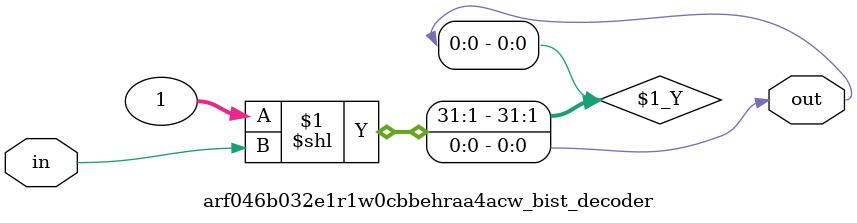
<source format=sv>

`ifndef ARF046B032E1R1W0CBBEHRAA4ACW_BIST_DECODER_SV
`define ARF046B032E1R1W0CBBEHRAA4ACW_BIST_DECODER_SV

module arf046b032e1r1w0cbbehraa4acw_bist_decoder # (
  parameter IN_WIDTH  = 1,
  parameter OUT_WIDTH = 1
)
(
  input  logic [IN_WIDTH-1:0]  in,
  output logic [OUT_WIDTH-1:0] out
);
  
  assign out = 'b1 << in;

endmodule // arf046b032e1r1w0cbbehraa4acw_bist_decoder

`endif // ARF046B032E1R1W0CBBEHRAA4ACW_BIST_DECODER_SV
</source>
